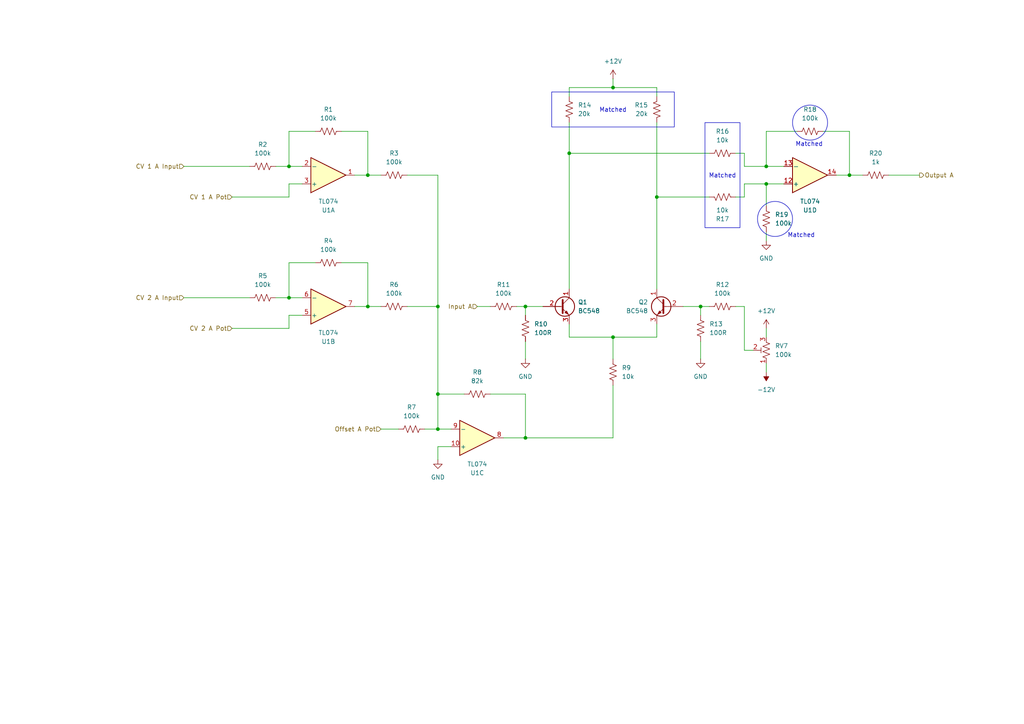
<source format=kicad_sch>
(kicad_sch (version 20231120) (generator "eeschema") (generator_version "8.0")
  (paper "A4")
  (title_block (company "DMH Instruments") (comment 1 "PCB for 5 cm Kosmo format synthesizer module"))
  (lib_symbols
    (symbol "Amplifier_Operational:TL074" (pin_names (offset 0.127))
      (property "Reference" "U" (at 0 5.08 0))
      (property "Value" "TL074" (at 0 -5.08 0))
      (symbol "TL074_1_1"
        (polyline (pts (xy -5.08 5.08) (xy 5.08 0) (xy -5.08 -5.08) (xy -5.08 5.08)) (stroke (width 0.254)) (fill (type background)))
        (pin output line (at 7.62 0 180) (length 2.54) (name "~") (number "1"))
        (pin input line (at -7.62 -2.54 0) (length 2.54) (name "-") (number "2"))
        (pin input line (at -7.62 2.54 0) (length 2.54) (name "+") (number "3"))
      )
      (symbol "TL074_2_1"
        (polyline (pts (xy -5.08 5.08) (xy 5.08 0) (xy -5.08 -5.08) (xy -5.08 5.08)) (stroke (width 0.254)) (fill (type background)))
        (pin input line (at -7.62 2.54 0) (length 2.54) (name "+") (number "5"))
        (pin input line (at -7.62 -2.54 0) (length 2.54) (name "-") (number "6"))
        (pin output line (at 7.62 0 180) (length 2.54) (name "~") (number "7"))
      )
      (symbol "TL074_3_1"
        (polyline (pts (xy -5.08 5.08) (xy 5.08 0) (xy -5.08 -5.08) (xy -5.08 5.08)) (stroke (width 0.254)) (fill (type background)))
        (pin input line (at -7.62 2.54 0) (length 2.54) (name "+") (number "10"))
        (pin output line (at 7.62 0 180) (length 2.54) (name "~") (number "8"))
        (pin input line (at -7.62 -2.54 0) (length 2.54) (name "-") (number "9"))
      )
      (symbol "TL074_4_1"
        (polyline (pts (xy -5.08 5.08) (xy 5.08 0) (xy -5.08 -5.08) (xy -5.08 5.08)) (stroke (width 0.254)) (fill (type background)))
        (pin input line (at -7.62 2.54 0) (length 2.54) (name "+") (number "12"))
        (pin input line (at -7.62 -2.54 0) (length 2.54) (name "-") (number "13"))
        (pin output line (at 7.62 0 180) (length 2.54) (name "~") (number "14"))
      )
      (symbol "TL074_5_1"
        (pin power_in line (at -2.54 -7.62 90) (length 3.81) (name "V-") (number "11"))
        (pin power_in line (at -2.54 7.62 270) (length 3.81) (name "V+") (number "4"))
      )
    )
    (symbol "Device:R_Potentiometer_Trim_US" (pin_names (offset 1.016) hide)
      (property "Reference" "RV" (at -4.445 0 90))
      (property "Value" "R_Potentiometer_Trim_US" (at -2.54 0 90))
      (symbol "R_Potentiometer_Trim_US_0_1"
        (polyline (pts (xy 0 -2.286) (xy 0 -2.54)))
        (polyline (pts (xy 0 2.286) (xy 0 2.54)))
        (polyline (pts (xy 1.524 0.762) (xy 1.524 -0.762)))
        (polyline (pts (xy 2.54 0) (xy 1.524 0)))
        (polyline (pts (xy 0 -0.762) (xy 1.016 -1.143) (xy 0 -1.524) (xy -1.016 -1.905) (xy 0 -2.286)))
        (polyline (pts (xy 0 0.762) (xy 1.016 0.381) (xy 0 0) (xy -1.016 -0.381) (xy 0 -0.762)))
        (polyline (pts (xy 0 2.286) (xy 1.016 1.905) (xy 0 1.524) (xy -1.016 1.143) (xy 0 0.762)))
      )
      (symbol "R_Potentiometer_Trim_US_1_1"
        (pin passive line (at 0 3.81 270) (length 1.27) (name "1") (number "1"))
        (pin passive line (at 3.81 0 180) (length 1.27) (name "2") (number "2"))
        (pin passive line (at 0 -3.81 90) (length 1.27) (name "3") (number "3"))
      )
    )
    (symbol "Device:R_US" (pin_numbers hide) (pin_names (offset 0))
      (property "Reference" "R" (at 2.54 0 90))
      (property "Value" "R_US" (at -2.54 0 90))
      (symbol "R_US_0_1"
        (polyline (pts (xy 0 -2.286) (xy 0 -2.54)))
        (polyline (pts (xy 0 2.286) (xy 0 2.54)))
        (polyline (pts (xy 0 -0.762) (xy 1.016 -1.143) (xy 0 -1.524) (xy -1.016 -1.905) (xy 0 -2.286)))
        (polyline (pts (xy 0 0.762) (xy 1.016 0.381) (xy 0 0) (xy -1.016 -0.381) (xy 0 -0.762)))
        (polyline (pts (xy 0 2.286) (xy 1.016 1.905) (xy 0 1.524) (xy -1.016 1.143) (xy 0 0.762)))
      )
      (symbol "R_US_1_1"
        (pin passive line (at 0 3.81 270) (length 1.27) (name "~") (number "1"))
        (pin passive line (at 0 -3.81 90) (length 1.27) (name "~") (number "2"))
      )
    )
    (symbol "Transistor_BJT:BC548" (pin_names (offset 0) hide)
      (property "Reference" "Q" (at 5.08 1.905 0))
      (property "Value" "BC548" (at 5.08 0 0))
      (symbol "BC548_0_1"
        (polyline (pts (xy 0 0) (xy 0.635 0)))
        (polyline (pts (xy 0.635 0.635) (xy 2.54 2.54)))
        (polyline (pts (xy 0.635 -0.635) (xy 2.54 -2.54) (xy 2.54 -2.54)))
        (polyline (pts (xy 0.635 1.905) (xy 0.635 -1.905) (xy 0.635 -1.905)) (stroke (width 0.508)))
        (polyline (pts (xy 1.27 -1.778) (xy 1.778 -1.27) (xy 2.286 -2.286) (xy 1.27 -1.778) (xy 1.27 -1.778)) (fill (type outline)))
        (circle (center 1.27 0) (radius 2.8194) (stroke (width 0.254)))
      )
      (symbol "BC548_1_1"
        (pin passive line (at 2.54 5.08 270) (length 2.54) (name "C") (number "1"))
        (pin input line (at -5.08 0 0) (length 5.08) (name "B") (number "2"))
        (pin passive line (at 2.54 -5.08 90) (length 2.54) (name "E") (number "3"))
      )
    )
    (symbol "power:+12V" (power) (pin_numbers hide) (pin_names (offset 0) hide)
      (property "Value" "+12V" (at 0 3.556 0))
      (symbol "+12V_0_1"
        (polyline (pts (xy -0.762 1.27) (xy 0 2.54)))
        (polyline (pts (xy 0 0) (xy 0 2.54)))
        (polyline (pts (xy 0 2.54) (xy 0.762 1.27)))
      )
      (symbol "+12V_1_1"
        (pin power_in line (at 0 0 90) (length 0) (name "~") (number "1"))
      )
    )
    (symbol "power:-12V" (power) (pin_numbers hide) (pin_names (offset 0) hide)
      (property "Value" "-12V" (at 0 3.556 0))
      (symbol "-12V_0_0"
        (pin power_in line (at 0 0 90) (length 0) (name "~") (number "1"))
      )
      (symbol "-12V_0_1"
        (polyline (pts (xy 0 0) (xy 0 1.27) (xy 0.762 1.27) (xy 0 2.54) (xy -0.762 1.27) (xy 0 1.27)) (fill (type outline)))
      )
    )
    (symbol "power:GND" (power) (pin_numbers hide) (pin_names (offset 0) hide)
      (property "Value" "GND" (at 0 -3.81 0))
      (symbol "GND_0_1"
        (polyline (pts (xy 0 0) (xy 0 -1.27) (xy 1.27 -1.27) (xy 0 -2.54) (xy -1.27 -1.27) (xy 0 -1.27)))
      )
      (symbol "GND_1_1"
        (pin power_in line (at 0 0 270) (length 0) (name "~") (number "1"))
      )
    )
  )
  (junction (at 222.25 53.34))
  (junction (at 127 124.46))
  (junction (at 246.38 50.8))
  (junction (at 152.4 127))
  (junction (at 177.8 97.79))
  (junction (at 127 114.3))
  (junction (at 152.4 88.9))
  (junction (at 222.25 48.26))
  (junction (at 83.82 48.26))
  (junction (at 190.5 57.15))
  (junction (at 106.68 88.9))
  (junction (at 177.8 25.4))
  (junction (at 106.68 50.8))
  (junction (at 203.2 88.9))
  (junction (at 127 88.9))
  (junction (at 165.1 44.45))
  (junction (at 83.82 86.36))
  (wire (pts (xy 165.1 97.79) (xy 177.8 97.79)))
  (wire (pts (xy 165.1 44.45) (xy 205.74 44.45)))
  (wire (pts (xy 165.1 93.98) (xy 165.1 97.79)))
  (wire (pts (xy 177.8 97.79) (xy 177.8 104.14)))
  (wire (pts (xy 53.34 86.36) (xy 72.39 86.36)))
  (wire (pts (xy 152.4 99.06) (xy 152.4 104.14)))
  (wire (pts (xy 165.1 27.94) (xy 165.1 25.4)))
  (wire (pts (xy 190.5 57.15) (xy 205.74 57.15)))
  (wire (pts (xy 177.8 25.4) (xy 177.8 22.86)))
  (wire (pts (xy 238.76 38.1) (xy 246.38 38.1)))
  (wire (pts (xy 190.5 57.15) (xy 190.5 83.82)))
  (wire (pts (xy 215.9 44.45) (xy 215.9 48.26)))
  (wire (pts (xy 123.19 124.46) (xy 127 124.46)))
  (wire (pts (xy 222.25 95.25) (xy 222.25 97.79)))
  (wire (pts (xy 138.43 88.9) (xy 142.24 88.9)))
  (wire (pts (xy 152.4 88.9) (xy 157.48 88.9)))
  (wire (pts (xy 165.1 44.45) (xy 165.1 83.82)))
  (wire (pts (xy 130.81 129.54) (xy 127 129.54)))
  (wire (pts (xy 83.82 53.34) (xy 87.63 53.34)))
  (wire (pts (xy 127 114.3) (xy 127 124.46)))
  (wire (pts (xy 83.82 48.26) (xy 87.63 48.26)))
  (wire (pts (xy 215.9 57.15) (xy 215.9 53.34)))
  (wire (pts (xy 106.68 38.1) (xy 106.68 50.8)))
  (wire (pts (xy 83.82 91.44) (xy 87.63 91.44)))
  (wire (pts (xy 99.06 38.1) (xy 106.68 38.1)))
  (wire (pts (xy 222.25 67.31) (xy 222.25 69.85)))
  (wire (pts (xy 83.82 76.2) (xy 83.82 86.36)))
  (wire (pts (xy 106.68 76.2) (xy 106.68 88.9)))
  (wire (pts (xy 83.82 38.1) (xy 83.82 48.26)))
  (wire (pts (xy 257.81 50.8) (xy 266.7 50.8)))
  (wire (pts (xy 83.82 86.36) (xy 87.63 86.36)))
  (wire (pts (xy 67.31 57.15) (xy 83.82 57.15)))
  (wire (pts (xy 203.2 99.06) (xy 203.2 104.14)))
  (wire (pts (xy 83.82 95.25) (xy 83.82 91.44)))
  (wire (pts (xy 246.38 50.8) (xy 250.19 50.8)))
  (wire (pts (xy 215.9 53.34) (xy 222.25 53.34)))
  (wire (pts (xy 190.5 97.79) (xy 177.8 97.79)))
  (wire (pts (xy 83.82 57.15) (xy 83.82 53.34)))
  (wire (pts (xy 222.25 53.34) (xy 227.33 53.34)))
  (wire (pts (xy 215.9 48.26) (xy 222.25 48.26)))
  (wire (pts (xy 152.4 114.3) (xy 152.4 127)))
  (wire (pts (xy 118.11 50.8) (xy 127 50.8)))
  (wire (pts (xy 215.9 88.9) (xy 215.9 101.6)))
  (wire (pts (xy 152.4 88.9) (xy 152.4 91.44)))
  (wire (pts (xy 246.38 38.1) (xy 246.38 50.8)))
  (wire (pts (xy 106.68 50.8) (xy 102.87 50.8)))
  (wire (pts (xy 127 129.54) (xy 127 133.35)))
  (wire (pts (xy 149.86 88.9) (xy 152.4 88.9)))
  (wire (pts (xy 134.62 114.3) (xy 127 114.3)))
  (wire (pts (xy 127 124.46) (xy 130.81 124.46)))
  (wire (pts (xy 67.31 95.25) (xy 83.82 95.25)))
  (wire (pts (xy 242.57 50.8) (xy 246.38 50.8)))
  (wire (pts (xy 213.36 88.9) (xy 215.9 88.9)))
  (wire (pts (xy 142.24 114.3) (xy 152.4 114.3)))
  (wire (pts (xy 190.5 93.98) (xy 190.5 97.79)))
  (wire (pts (xy 106.68 88.9) (xy 110.49 88.9)))
  (wire (pts (xy 190.5 27.94) (xy 190.5 25.4)))
  (wire (pts (xy 152.4 127) (xy 177.8 127)))
  (wire (pts (xy 106.68 88.9) (xy 102.87 88.9)))
  (wire (pts (xy 165.1 25.4) (xy 177.8 25.4)))
  (wire (pts (xy 91.44 38.1) (xy 83.82 38.1)))
  (wire (pts (xy 91.44 76.2) (xy 83.82 76.2)))
  (wire (pts (xy 198.12 88.9) (xy 203.2 88.9)))
  (wire (pts (xy 222.25 53.34) (xy 222.25 59.69)))
  (wire (pts (xy 110.49 124.46) (xy 115.57 124.46)))
  (wire (pts (xy 80.01 48.26) (xy 83.82 48.26)))
  (wire (pts (xy 222.25 48.26) (xy 227.33 48.26)))
  (wire (pts (xy 127 88.9) (xy 127 114.3)))
  (wire (pts (xy 177.8 127) (xy 177.8 111.76)))
  (wire (pts (xy 215.9 101.6) (xy 218.44 101.6)))
  (wire (pts (xy 99.06 76.2) (xy 106.68 76.2)))
  (wire (pts (xy 127 50.8) (xy 127 88.9)))
  (wire (pts (xy 213.36 57.15) (xy 215.9 57.15)))
  (wire (pts (xy 146.05 127) (xy 152.4 127)))
  (wire (pts (xy 222.25 105.41) (xy 222.25 107.95)))
  (wire (pts (xy 190.5 35.56) (xy 190.5 57.15)))
  (wire (pts (xy 106.68 50.8) (xy 110.49 50.8)))
  (wire (pts (xy 203.2 88.9) (xy 205.74 88.9)))
  (wire (pts (xy 118.11 88.9) (xy 127 88.9)))
  (wire (pts (xy 53.34 48.26) (xy 72.39 48.26)))
  (wire (pts (xy 80.01 86.36) (xy 83.82 86.36)))
  (wire (pts (xy 222.25 38.1) (xy 222.25 48.26)))
  (wire (pts (xy 190.5 25.4) (xy 177.8 25.4)))
  (wire (pts (xy 165.1 35.56) (xy 165.1 44.45)))
  (wire (pts (xy 213.36 44.45) (xy 215.9 44.45)))
  (wire (pts (xy 231.14 38.1) (xy 222.25 38.1)))
  (wire (pts (xy 203.2 88.9) (xy 203.2 91.44)))
  (rectangle (start 160.02 26.67) (end 195.58 36.83))
  (circle (center 234.95 35.56) (radius 5.08))
  (rectangle (start 204.47 35.56) (end 214.63 66.04))
  (circle (center 224.79 63.5) (radius 5.08))
  (text "Matched" (at 209.55 51.054 0) (effects (font (size 1.27 1.27))))
  (text "Matched" (at 234.696 41.91 0) (effects (font (size 1.27 1.27))))
  (text "Matched" (at 177.8 32.004 0) (effects (font (size 1.27 1.27))))
  (text "Matched" (at 232.41 68.326 0) (effects (font (size 1.27 1.27))))
  (hierarchical_label "CV 1 A Input" (shape input) (at 53.34 48.26 180))
  (hierarchical_label "CV 2 A Input" (shape input) (at 53.34 86.36 180))
  (hierarchical_label "Output A" (shape output) (at 266.7 50.8 0))
  (hierarchical_label "CV 1 A Pot" (shape input) (at 67.31 57.15 180))
  (hierarchical_label "Offset A Pot" (shape input) (at 110.49 124.46 180))
  (hierarchical_label "CV 2 A Pot" (shape input) (at 67.31 95.25 180))
  (hierarchical_label "Input A" (shape input) (at 138.43 88.9 180))
  (symbol (lib_id "Device:R_US") (at 254 50.8 270) (unit 1)
    (property "Reference" "R20" (at 254 44.45 90))
    (property "Value" "1k" (at 254 46.99 90))
    (property "Footprint" "Resistor_THT:R_Axial_DIN0207_L6.3mm_D2.5mm_P7.62mm_Horizontal" (effects (hide yes)))
    (property "Description" "Resistor, US symbol" (effects (hide yes)))
  )
  (symbol (lib_id "Device:R_US") (at 234.95 38.1 270) (unit 1)
    (property "Reference" "R18" (at 234.95 31.75 90))
    (property "Value" "100k" (at 234.95 34.29 90))
    (property "Footprint" "Resistor_THT:R_Axial_DIN0207_L6.3mm_D2.5mm_P7.62mm_Horizontal" (effects (hide yes)))
    (property "Description" "Resistor, US symbol" (effects (hide yes)))
  )
  (symbol (lib_id "Device:R_US") (at 146.05 88.9 270) (unit 1)
    (property "Reference" "R11" (at 146.05 82.55 90))
    (property "Value" "100k" (at 146.05 85.09 90))
    (property "Footprint" "Resistor_THT:R_Axial_DIN0207_L6.3mm_D2.5mm_P7.62mm_Horizontal" (effects (hide yes)))
    (property "Description" "Resistor, US symbol" (effects (hide yes)))
  )
  (symbol (lib_id "Device:R_US") (at 138.43 114.3 90) (unit 1)
    (property "Reference" "R8" (at 138.43 107.95 90))
    (property "Value" "82k" (at 138.43 110.49 90))
    (property "Footprint" "Resistor_THT:R_Axial_DIN0207_L6.3mm_D2.5mm_P7.62mm_Horizontal" (effects (hide yes)))
    (property "Description" "Resistor, US symbol" (effects (hide yes)))
  )
  (symbol (lib_id "power:+12V") (at 177.8 22.86 0) (unit 1)
    (property "Reference" "#PWR019" (effects (hide yes)))
    (property "Value" "+12V" (at 177.8 17.78 0))
    (property "Description" "Power symbol creates a global label with name \"+12V\"" (effects (hide yes)))
  )
  (symbol (lib_id "power:GND") (at 222.25 69.85 0) (unit 1)
    (property "Reference" "#PWR020" (effects (hide yes)))
    (property "Value" "GND" (at 222.25 74.93 0))
    (property "Description" "Power symbol creates a global label with name \"GND\" , ground" (effects (hide yes)))
  )
  (symbol (lib_id "power:GND") (at 203.2 104.14 0) (unit 1)
    (property "Reference" "#PWR010" (effects (hide yes)))
    (property "Value" "GND" (at 203.2 109.22 0))
    (property "Description" "Power symbol creates a global label with name \"GND\" , ground" (effects (hide yes)))
  )
  (symbol (lib_id "Device:R_US") (at 152.4 95.25 180) (unit 1)
    (property "Reference" "R10" (at 154.94 93.9799 0) (effects (justify right)))
    (property "Value" "100R" (at 154.94 96.5199 0) (effects (justify right)))
    (property "Footprint" "Resistor_THT:R_Axial_DIN0207_L6.3mm_D2.5mm_P7.62mm_Horizontal" (effects (hide yes)))
    (property "Description" "Resistor, US symbol" (effects (hide yes)))
  )
  (symbol (lib_id "Device:R_US") (at 209.55 57.15 270) (mirror x) (unit 1)
    (property "Reference" "R17" (at 209.55 63.5 90))
    (property "Value" "10k" (at 209.55 60.96 90))
    (property "Footprint" "Resistor_THT:R_Axial_DIN0207_L6.3mm_D2.5mm_P7.62mm_Horizontal" (effects (hide yes)))
    (property "Description" "Resistor, US symbol" (effects (hide yes)))
  )
  (symbol (lib_id "Device:R_US") (at 114.3 88.9 90) (unit 1)
    (property "Reference" "R6" (at 114.3 82.55 90))
    (property "Value" "100k" (at 114.3 85.09 90))
    (property "Footprint" "Resistor_THT:R_Axial_DIN0207_L6.3mm_D2.5mm_P7.62mm_Horizontal" (effects (hide yes)))
    (property "Description" "Resistor, US symbol" (effects (hide yes)))
  )
  (symbol (lib_id "Device:R_US") (at 114.3 50.8 90) (unit 1)
    (property "Reference" "R3" (at 114.3 44.45 90))
    (property "Value" "100k" (at 114.3 46.99 90))
    (property "Footprint" "Resistor_THT:R_Axial_DIN0207_L6.3mm_D2.5mm_P7.62mm_Horizontal" (effects (hide yes)))
    (property "Description" "Resistor, US symbol" (effects (hide yes)))
  )
  (symbol (lib_id "power:+12V") (at 222.25 95.25 0) (unit 1)
    (property "Reference" "#PWR011" (effects (hide yes)))
    (property "Value" "+12V" (at 222.25 90.17 0))
    (property "Description" "Power symbol creates a global label with name \"+12V\"" (effects (hide yes)))
  )
  (symbol (lib_id "Transistor_BJT:BC548") (at 193.04 88.9 0) (mirror y) (unit 1)
    (property "Reference" "Q2" (at 187.96 87.6299 0) (effects (justify left)))
    (property "Value" "BC548" (at 187.96 90.1699 0) (effects (justify left)))
    (property "Footprint" "Package_TO_SOT_THT:TO-92L_Inline_Wide" (effects (hide yes)))
    (property "Datasheet" "https://www.onsemi.com/pub/Collateral/BC550-D.pdf" (effects (hide yes)))
    (property "Description" "0.1A Ic, 30V Vce, Small Signal NPN Transistor, TO-92" (effects (hide yes)))
  )
  (symbol (lib_id "Device:R_US") (at 119.38 124.46 90) (unit 1)
    (property "Reference" "R7" (at 119.38 118.11 90))
    (property "Value" "100k" (at 119.38 120.65 90))
    (property "Footprint" "Resistor_THT:R_Axial_DIN0207_L6.3mm_D2.5mm_P7.62mm_Horizontal" (effects (hide yes)))
    (property "Description" "Resistor, US symbol" (effects (hide yes)))
  )
  (symbol (lib_id "Device:R_US") (at 190.5 31.75 0) (mirror x) (unit 1)
    (property "Reference" "R15" (at 187.96 30.4799 0) (effects (justify right)))
    (property "Value" "20k" (at 187.96 33.0199 0) (effects (justify right)))
    (property "Footprint" "Resistor_THT:R_Axial_DIN0207_L6.3mm_D2.5mm_P7.62mm_Horizontal" (effects (hide yes)))
    (property "Description" "Resistor, US symbol" (effects (hide yes)))
  )
  (symbol (lib_id "Device:R_US") (at 177.8 107.95 180) (unit 1)
    (property "Reference" "R9" (at 180.34 106.6799 0) (effects (justify right)))
    (property "Value" "10k" (at 180.34 109.2199 0) (effects (justify right)))
    (property "Footprint" "Resistor_THT:R_Axial_DIN0207_L6.3mm_D2.5mm_P7.62mm_Horizontal" (effects (hide yes)))
    (property "Description" "Resistor, US symbol" (effects (hide yes)))
  )
  (symbol (lib_id "Device:R_US") (at 95.25 38.1 90) (unit 1)
    (property "Reference" "R1" (at 95.25 31.75 90))
    (property "Value" "100k" (at 95.25 34.29 90))
    (property "Footprint" "Resistor_THT:R_Axial_DIN0207_L6.3mm_D2.5mm_P7.62mm_Horizontal" (effects (hide yes)))
    (property "Description" "Resistor, US symbol" (effects (hide yes)))
  )
  (symbol (lib_id "Device:R_US") (at 203.2 95.25 180) (unit 1)
    (property "Reference" "R13" (at 205.74 93.9799 0) (effects (justify right)))
    (property "Value" "100R" (at 205.74 96.5199 0) (effects (justify right)))
    (property "Footprint" "Resistor_THT:R_Axial_DIN0207_L6.3mm_D2.5mm_P7.62mm_Horizontal" (effects (hide yes)))
    (property "Description" "Resistor, US symbol" (effects (hide yes)))
  )
  (symbol (lib_id "Amplifier_Operational:TL074") (at 95.25 50.8 0) (mirror x) (unit 1)
    (property "Reference" "U1" (at 95.25 60.96 0))
    (property "Value" "TL074" (at 95.25 58.42 0))
    (property "Footprint" "Package_DIP:DIP-14_W7.62mm_Socket" (effects (hide yes)))
    (property "Datasheet" "http://www.ti.com/lit/ds/symlink/tl071.pdf" (effects (hide yes)))
    (property "Description" "Quad Low-Noise JFET-Input Operational Amplifiers, DIP-14/SOIC-14" (effects (hide yes)))
  )
  (symbol (lib_id "Amplifier_Operational:TL074") (at 234.95 50.8 0) (mirror x) (unit 4)
    (property "Reference" "U1" (at 234.95 60.96 0))
    (property "Value" "TL074" (at 234.95 58.42 0))
    (property "Footprint" "Package_DIP:DIP-14_W7.62mm_Socket" (effects (hide yes)))
    (property "Datasheet" "http://www.ti.com/lit/ds/symlink/tl071.pdf" (effects (hide yes)))
    (property "Description" "Quad Low-Noise JFET-Input Operational Amplifiers, DIP-14/SOIC-14" (effects (hide yes)))
  )
  (symbol (lib_id "Amplifier_Operational:TL074") (at 95.25 88.9 0) (mirror x) (unit 2)
    (property "Reference" "U1" (at 95.25 99.06 0))
    (property "Value" "TL074" (at 95.25 96.52 0))
    (property "Footprint" "Package_DIP:DIP-14_W7.62mm_Socket" (effects (hide yes)))
    (property "Datasheet" "http://www.ti.com/lit/ds/symlink/tl071.pdf" (effects (hide yes)))
    (property "Description" "Quad Low-Noise JFET-Input Operational Amplifiers, DIP-14/SOIC-14" (effects (hide yes)))
  )
  (symbol (lib_id "Device:R_Potentiometer_Trim_US") (at 222.25 101.6 180) (unit 1)
    (property "Reference" "RV7" (at 224.79 100.3299 0) (effects (justify right)))
    (property "Value" "100k" (at 224.79 102.8699 0) (effects (justify right)))
    (property "Footprint" "Potentiometer_THT:Potentiometer_Bourns_3296W_Vertical" (effects (hide yes)))
    (property "Description" "Trim-potentiometer, US symbol" (effects (hide yes)))
  )
  (symbol (lib_id "Device:R_US") (at 76.2 48.26 90) (unit 1)
    (property "Reference" "R2" (at 76.2 41.91 90))
    (property "Value" "100k" (at 76.2 44.45 90))
    (property "Footprint" "Resistor_THT:R_Axial_DIN0207_L6.3mm_D2.5mm_P7.62mm_Horizontal" (effects (hide yes)))
    (property "Description" "Resistor, US symbol" (effects (hide yes)))
  )
  (symbol (lib_id "Transistor_BJT:BC548") (at 162.56 88.9 0) (unit 1)
    (property "Reference" "Q1" (at 167.64 87.6299 0) (effects (justify left)))
    (property "Value" "BC548" (at 167.64 90.1699 0) (effects (justify left)))
    (property "Footprint" "Package_TO_SOT_THT:TO-92L_Inline_Wide" (effects (hide yes)))
    (property "Datasheet" "https://www.onsemi.com/pub/Collateral/BC550-D.pdf" (effects (hide yes)))
    (property "Description" "0.1A Ic, 30V Vce, Small Signal NPN Transistor, TO-92" (effects (hide yes)))
  )
  (symbol (lib_id "Device:R_US") (at 209.55 88.9 270) (unit 1)
    (property "Reference" "R12" (at 209.55 82.55 90))
    (property "Value" "100k" (at 209.55 85.09 90))
    (property "Footprint" "Resistor_THT:R_Axial_DIN0207_L6.3mm_D2.5mm_P7.62mm_Horizontal" (effects (hide yes)))
    (property "Description" "Resistor, US symbol" (effects (hide yes)))
  )
  (symbol (lib_id "Device:R_US") (at 222.25 63.5 0) (unit 1)
    (property "Reference" "R19" (at 224.79 62.2299 0) (effects (justify left)))
    (property "Value" "100k" (at 224.79 64.7699 0) (effects (justify left)))
    (property "Footprint" "Resistor_THT:R_Axial_DIN0207_L6.3mm_D2.5mm_P7.62mm_Horizontal" (effects (hide yes)))
    (property "Description" "Resistor, US symbol" (effects (hide yes)))
  )
  (symbol (lib_id "power:-12V") (at 222.25 107.95 180) (unit 1)
    (property "Reference" "#PWR012" (effects (hide yes)))
    (property "Value" "-12V" (at 222.25 113.03 0))
    (property "Description" "Power symbol creates a global label with name \"-12V\"" (effects (hide yes)))
  )
  (symbol (lib_id "Amplifier_Operational:TL074") (at 138.43 127 0) (mirror x) (unit 3)
    (property "Reference" "U1" (at 138.43 137.16 0))
    (property "Value" "TL074" (at 138.43 134.62 0))
    (property "Footprint" "Package_DIP:DIP-14_W7.62mm_Socket" (effects (hide yes)))
    (property "Datasheet" "http://www.ti.com/lit/ds/symlink/tl071.pdf" (effects (hide yes)))
    (property "Description" "Quad Low-Noise JFET-Input Operational Amplifiers, DIP-14/SOIC-14" (effects (hide yes)))
  )
  (symbol (lib_id "power:GND") (at 152.4 104.14 0) (unit 1)
    (property "Reference" "#PWR09" (effects (hide yes)))
    (property "Value" "GND" (at 152.4 109.22 0))
    (property "Description" "Power symbol creates a global label with name \"GND\" , ground" (effects (hide yes)))
  )
  (symbol (lib_id "Device:R_US") (at 209.55 44.45 270) (unit 1)
    (property "Reference" "R16" (at 209.55 38.1 90))
    (property "Value" "10k" (at 209.55 40.64 90))
    (property "Footprint" "Resistor_THT:R_Axial_DIN0207_L6.3mm_D2.5mm_P7.62mm_Horizontal" (effects (hide yes)))
    (property "Description" "Resistor, US symbol" (effects (hide yes)))
  )
  (symbol (lib_id "Device:R_US") (at 165.1 31.75 180) (unit 1)
    (property "Reference" "R14" (at 167.64 30.4799 0) (effects (justify right)))
    (property "Value" "20k" (at 167.64 33.0199 0) (effects (justify right)))
    (property "Footprint" "Resistor_THT:R_Axial_DIN0207_L6.3mm_D2.5mm_P7.62mm_Horizontal" (effects (hide yes)))
    (property "Description" "Resistor, US symbol" (effects (hide yes)))
  )
  (symbol (lib_id "Device:R_US") (at 76.2 86.36 90) (unit 1)
    (property "Reference" "R5" (at 76.2 80.01 90))
    (property "Value" "100k" (at 76.2 82.55 90))
    (property "Footprint" "Resistor_THT:R_Axial_DIN0207_L6.3mm_D2.5mm_P7.62mm_Horizontal" (effects (hide yes)))
    (property "Description" "Resistor, US symbol" (effects (hide yes)))
  )
  (symbol (lib_id "power:GND") (at 127 133.35 0) (unit 1)
    (property "Reference" "#PWR021" (effects (hide yes)))
    (property "Value" "GND" (at 127 138.43 0))
    (property "Description" "Power symbol creates a global label with name \"GND\" , ground" (effects (hide yes)))
  )
  (symbol (lib_id "Device:R_US") (at 95.25 76.2 90) (unit 1)
    (property "Reference" "R4" (at 95.25 69.85 90))
    (property "Value" "100k" (at 95.25 72.39 90))
    (property "Footprint" "Resistor_THT:R_Axial_DIN0207_L6.3mm_D2.5mm_P7.62mm_Horizontal" (effects (hide yes)))
    (property "Description" "Resistor, US symbol" (effects (hide yes)))
  )
)
</source>
